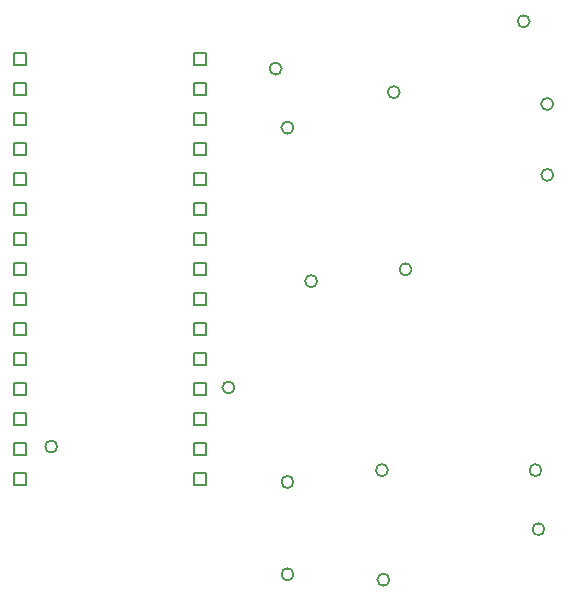
<source format=gbr>
G04*
G04 #@! TF.GenerationSoftware,Altium Limited,Altium Designer,24.6.1 (21)*
G04*
G04 Layer_Color=2752767*
%FSLAX25Y25*%
%MOIN*%
G70*
G04*
G04 #@! TF.SameCoordinates,E50FEA8C-7DC8-4ABE-93B5-960DD125A3C4*
G04*
G04*
G04 #@! TF.FilePolarity,Positive*
G04*
G01*
G75*
%ADD12C,0.00500*%
%ADD43C,0.00667*%
D12*
X11307Y46297D02*
Y50297D01*
X15307D01*
Y46297D01*
X11307D01*
Y56297D02*
Y60297D01*
X15307D01*
Y56297D01*
X11307D01*
Y66297D02*
Y70297D01*
X15307D01*
Y66297D01*
X11307D01*
Y76297D02*
Y80297D01*
X15307D01*
Y76297D01*
X11307D01*
Y86297D02*
Y90297D01*
X15307D01*
Y86297D01*
X11307D01*
Y96297D02*
Y100297D01*
X15307D01*
Y96297D01*
X11307D01*
Y106297D02*
Y110297D01*
X15307D01*
Y106297D01*
X11307D01*
Y116297D02*
Y120297D01*
X15307D01*
Y116297D01*
X11307D01*
Y126297D02*
Y130297D01*
X15307D01*
Y126297D01*
X11307D01*
Y136297D02*
Y140297D01*
X15307D01*
Y136297D01*
X11307D01*
Y146297D02*
Y150297D01*
X15307D01*
Y146297D01*
X11307D01*
Y156297D02*
Y160297D01*
X15307D01*
Y156297D01*
X11307D01*
Y166297D02*
Y170297D01*
X15307D01*
Y166297D01*
X11307D01*
Y176297D02*
Y180297D01*
X15307D01*
Y176297D01*
X11307D01*
Y186297D02*
Y190297D01*
X15307D01*
Y186297D01*
X11307D01*
X71307D02*
Y190297D01*
X75307D01*
Y186297D01*
X71307D01*
Y176297D02*
Y180297D01*
X75307D01*
Y176297D01*
X71307D01*
Y166297D02*
Y170297D01*
X75307D01*
Y166297D01*
X71307D01*
Y156297D02*
Y160297D01*
X75307D01*
Y156297D01*
X71307D01*
Y146297D02*
Y150297D01*
X75307D01*
Y146297D01*
X71307D01*
Y136297D02*
Y140297D01*
X75307D01*
Y136297D01*
X71307D01*
Y126297D02*
Y130297D01*
X75307D01*
Y126297D01*
X71307D01*
Y116297D02*
Y120297D01*
X75307D01*
Y116297D01*
X71307D01*
Y106297D02*
Y110297D01*
X75307D01*
Y106297D01*
X71307D01*
Y96297D02*
Y100297D01*
X75307D01*
Y96297D01*
X71307D01*
Y86297D02*
Y90297D01*
X75307D01*
Y86297D01*
X71307D01*
Y76297D02*
Y80297D01*
X75307D01*
Y76297D01*
X71307D01*
Y66297D02*
Y70297D01*
X75307D01*
Y66297D01*
X71307D01*
Y56297D02*
Y60297D01*
X75307D01*
Y56297D01*
X71307D01*
Y46297D02*
Y50297D01*
X75307D01*
Y46297D01*
X71307D01*
D43*
X183102Y200787D02*
G03*
X183102Y200787I-2000J0D01*
G01*
X100425Y185039D02*
G03*
X100425Y185039I-2000J0D01*
G01*
X136350Y14665D02*
G03*
X136350Y14665I-2000J0D01*
G01*
X187039Y51181D02*
G03*
X187039Y51181I-2000J0D01*
G01*
X135858D02*
G03*
X135858Y51181I-2000J0D01*
G01*
X104362Y47244D02*
G03*
X104362Y47244I-2000J0D01*
G01*
X104362Y16463D02*
G03*
X104362Y16463I-2000J0D01*
G01*
X104362Y165354D02*
G03*
X104362Y165354I-2000J0D01*
G01*
X143732Y118110D02*
G03*
X143732Y118110I-2000J0D01*
G01*
X190976Y149606D02*
G03*
X190976Y149606I-2000J0D01*
G01*
X188024Y31496D02*
G03*
X188024Y31496I-2000J0D01*
G01*
X139795Y177165D02*
G03*
X139795Y177165I-2000J0D01*
G01*
X190976Y173228D02*
G03*
X190976Y173228I-2000J0D01*
G01*
X112236Y114173D02*
G03*
X112236Y114173I-2000J0D01*
G01*
X25622Y59055D02*
G03*
X25622Y59055I-2000J0D01*
G01*
X84677Y78740D02*
G03*
X84677Y78740I-2000J0D01*
G01*
M02*

</source>
